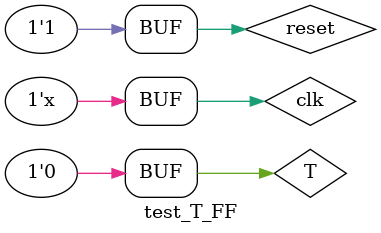
<source format=v>
module test_T_FF;
reg T,clk,reset;
wire Q;
T_FF tff(.reset(reset),.T(T),.En(clk),.Q(Q));
always
#10 clk=~clk;
initial begin
reset=1; clk=1; T=0;
#10
T=1;
reset=0;
#20
T=0;
#10
T=1;
#20
reset=0;
#30
reset=1;
#10
T=0;
end
initial
$monitor("%d ,reset=%b ,T=%b ,Q=%b",$time,reset,T,Q);
endmodule
</source>
